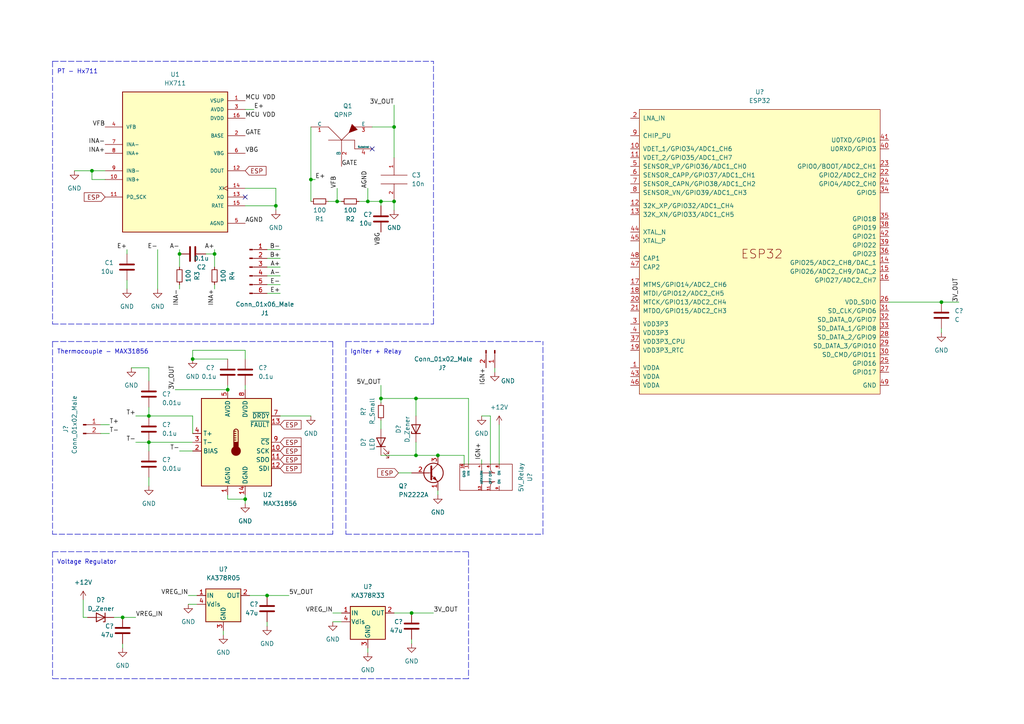
<source format=kicad_sch>
(kicad_sch (version 20211123) (generator eeschema)
  (paper "A4")
  (lib_symbols
    (symbol "5V_relay:5V_Relay"
      (property "Reference" "U" (at 0 -11.43 0))
      (property "Value" "5V_Relay" (at 0 -13.97 0))
      (symbol "5V_Relay_0_1"
        (rectangle (start -7.62 3.81) (end 7.62 -3.81))
        (polyline (pts (xy -1.27 -3.81) (xy -1.27 -2.54)))
        (polyline (pts (xy 1.27 1.27) (xy 2.54 1.27)))
        (polyline (pts (xy -1.27 -2.54) (xy -1.27 -1.27) (xy 2.54 -1.27)))
        (polyline (pts (xy 1.27 1.27) (xy -1.27 1.27) (xy -1.27 2.54)))
        (arc (start 1.27 2.54) (mid 0.372 0.372) (end 2.54 1.27))
        (arc (start 2.5418 -1.2718) (mid 0.3707 -0.3707) (end 1.2718 -2.5418))
      )
      (symbol "5V_Relay_1_1"
        (pin power_in line (at -5.08 3.81 270) (length 1.27) (name "VIN") (number "1"))
        (pin input line (at 1.27 -3.81 90) (length 1.27) (name "OFF") (number "11"))
        (pin input line (at -1.27 -3.81 90) (length 1.27) (name "ARM") (number "13"))
        (pin power_in line (at -6.35 3.81 270) (length 1.27) (name "GND") (number "16"))
        (pin input line (at -1.27 3.81 270) (length 1.27) (name "ARM") (number "4"))
        (pin input line (at 1.27 3.81 270) (length 1.27) (name "OFF") (number "6"))
        (pin input line (at 3.81 3.81 270) (length 1.27) (name "ON") (number "8"))
        (pin input line (at 3.81 -3.81 90) (length 1.27) (name "ON") (number "9"))
      )
    )
    (symbol "Connector:Conn_01x02_Male" (pin_names (offset 1.016) hide)
      (property "Reference" "J" (at 0 2.54 0))
      (property "Value" "Conn_01x02_Male" (at 0 -5.08 0))
      (symbol "Conn_01x02_Male_1_1"
        (polyline (pts (xy 1.27 -2.54) (xy 0.8636 -2.54)) (stroke (width 0.1524)))
        (polyline (pts (xy 1.27 0) (xy 0.8636 0)) (stroke (width 0.1524)))
        (rectangle (start 0.8636 -2.413) (end 0 -2.667) (stroke (width 0.1524)) (fill (type outline)))
        (rectangle (start 0.8636 0.127) (end 0 -0.127) (stroke (width 0.1524)) (fill (type outline)))
        (pin passive line (at 5.08 0 180) (length 3.81) (name "Pin_1") (number "1"))
        (pin passive line (at 5.08 -2.54 180) (length 3.81) (name "Pin_2") (number "2"))
      )
    )
    (symbol "Connector:Conn_01x06_Male" (pin_names (offset 1.016) hide)
      (property "Reference" "J" (at 0 7.62 0))
      (property "Value" "Conn_01x06_Male" (at 0 -10.16 0))
      (symbol "Conn_01x06_Male_1_1"
        (polyline (pts (xy 1.27 -7.62) (xy 0.8636 -7.62)) (stroke (width 0.1524)))
        (polyline (pts (xy 1.27 -5.08) (xy 0.8636 -5.08)) (stroke (width 0.1524)))
        (polyline (pts (xy 1.27 -2.54) (xy 0.8636 -2.54)) (stroke (width 0.1524)))
        (polyline (pts (xy 1.27 0) (xy 0.8636 0)) (stroke (width 0.1524)))
        (polyline (pts (xy 1.27 2.54) (xy 0.8636 2.54)) (stroke (width 0.1524)))
        (polyline (pts (xy 1.27 5.08) (xy 0.8636 5.08)) (stroke (width 0.1524)))
        (rectangle (start 0.8636 -7.493) (end 0 -7.747) (stroke (width 0.1524)) (fill (type outline)))
        (rectangle (start 0.8636 -4.953) (end 0 -5.207) (stroke (width 0.1524)) (fill (type outline)))
        (rectangle (start 0.8636 -2.413) (end 0 -2.667) (stroke (width 0.1524)) (fill (type outline)))
        (rectangle (start 0.8636 0.127) (end 0 -0.127) (stroke (width 0.1524)) (fill (type outline)))
        (rectangle (start 0.8636 2.667) (end 0 2.413) (stroke (width 0.1524)) (fill (type outline)))
        (rectangle (start 0.8636 5.207) (end 0 4.953) (stroke (width 0.1524)) (fill (type outline)))
        (pin passive line (at 5.08 5.08 180) (length 3.81) (name "Pin_1") (number "1"))
        (pin passive line (at 5.08 2.54 180) (length 3.81) (name "Pin_2") (number "2"))
        (pin passive line (at 5.08 0 180) (length 3.81) (name "Pin_3") (number "3"))
        (pin passive line (at 5.08 -2.54 180) (length 3.81) (name "Pin_4") (number "4"))
        (pin passive line (at 5.08 -5.08 180) (length 3.81) (name "Pin_5") (number "5"))
        (pin passive line (at 5.08 -7.62 180) (length 3.81) (name "Pin_6") (number "6"))
      )
    )
    (symbol "Device:C" (pin_numbers hide) (pin_names (offset 0.254))
      (property "Reference" "C" (at 0.635 2.54 0))
      (property "Value" "C" (at 0.635 -2.54 0))
      (symbol "C_0_1"
        (polyline (pts (xy -2.032 -0.762) (xy 2.032 -0.762)) (stroke (width 0.508)))
        (polyline (pts (xy -2.032 0.762) (xy 2.032 0.762)) (stroke (width 0.508)))
      )
      (symbol "C_1_1"
        (pin passive line (at 0 3.81 270) (length 2.794) (name "~") (number "1"))
        (pin passive line (at 0 -3.81 90) (length 2.794) (name "~") (number "2"))
      )
    )
    (symbol "Device:D_Zener" (pin_numbers hide) (pin_names (offset 1.016) hide)
      (property "Reference" "D" (at 0 2.54 0))
      (property "Value" "D_Zener" (at 0 -2.54 0))
      (symbol "D_Zener_0_1"
        (polyline (pts (xy 1.27 0) (xy -1.27 0)))
        (polyline (pts (xy -1.27 -1.27) (xy -1.27 1.27) (xy -0.762 1.27)) (stroke (width 0.254)))
        (polyline (pts (xy 1.27 -1.27) (xy 1.27 1.27) (xy -1.27 0) (xy 1.27 -1.27)) (stroke (width 0.254)))
      )
      (symbol "D_Zener_1_1"
        (pin passive line (at -3.81 0 0) (length 2.54) (name "K") (number "1"))
        (pin passive line (at 3.81 0 180) (length 2.54) (name "A") (number "2"))
      )
    )
    (symbol "Device:LED" (pin_numbers hide) (pin_names (offset 1.016) hide)
      (property "Reference" "D" (at 0 2.54 0))
      (property "Value" "LED" (at 0 -2.54 0))
      (symbol "LED_0_1"
        (polyline (pts (xy -1.27 -1.27) (xy -1.27 1.27)) (stroke (width 0.254)))
        (polyline (pts (xy -1.27 0) (xy 1.27 0)))
        (polyline (pts (xy 1.27 -1.27) (xy 1.27 1.27) (xy -1.27 0) (xy 1.27 -1.27)) (stroke (width 0.254)))
        (polyline (pts (xy -3.048 -0.762) (xy -4.572 -2.286) (xy -3.81 -2.286) (xy -4.572 -2.286) (xy -4.572 -1.524)))
        (polyline (pts (xy -1.778 -0.762) (xy -3.302 -2.286) (xy -2.54 -2.286) (xy -3.302 -2.286) (xy -3.302 -1.524)))
      )
      (symbol "LED_1_1"
        (pin passive line (at -3.81 0 0) (length 2.54) (name "K") (number "1"))
        (pin passive line (at 3.81 0 180) (length 2.54) (name "A") (number "2"))
      )
    )
    (symbol "Device:R_Small" (pin_numbers hide) (pin_names (offset 0.254) hide)
      (property "Reference" "R" (at 0.762 0.508 0))
      (property "Value" "R_Small" (at 0.762 -1.016 0))
      (symbol "R_Small_0_1"
        (rectangle (start -0.762 1.778) (end 0.762 -1.778) (stroke (width 0.2032)))
      )
      (symbol "R_Small_1_1"
        (pin passive line (at 0 2.54 270) (length 0.762) (name "~") (number "1"))
        (pin passive line (at 0 -2.54 90) (length 0.762) (name "~") (number "2"))
      )
    )
    (symbol "Espressif:ESP32" (pin_names (offset 1.016))
      (property "Reference" "U" (at 0 43.18 0))
      (property "Value" "ESP32" (at 0 -41.91 0))
      (symbol "ESP32_0_0"
        (text "ESP32" (at 1.27 0 0) (effects (font (size 2.54 2.54))))
      )
      (symbol "ESP32_0_1"
        (rectangle (start -34.29 41.91) (end 35.56 -40.64) (fill (type background)))
      )
      (symbol "ESP32_1_1"
        (pin power_in line (at -36.83 -33.02 0) (length 2.54) (name "VDDA") (number "1"))
        (pin input line (at -36.83 30.48 0) (length 2.54) (name "VDET_1/GPIO34/ADC1_CH6") (number "10"))
        (pin input line (at -36.83 27.94 0) (length 2.54) (name "VDET_2/GPIO35/ADC1_CH7") (number "11"))
        (pin bidirectional line (at -36.83 13.97 0) (length 2.54) (name "32K_XP/GPIO32/ADC1_CH4") (number "12"))
        (pin bidirectional line (at -36.83 11.43 0) (length 2.54) (name "32K_XN/GPIO33/ADC1_CH5") (number "13"))
        (pin bidirectional line (at 38.1 -2.54 180) (length 2.54) (name "GPIO25/ADC2_CH8/DAC_1") (number "14"))
        (pin bidirectional line (at 38.1 -5.08 180) (length 2.54) (name "GPIO26/ADC2_CH9/DAC_2") (number "15"))
        (pin bidirectional line (at 38.1 -7.62 180) (length 2.54) (name "GPIO27/ADC2_CH7") (number "16"))
        (pin bidirectional line (at -36.83 -8.89 0) (length 2.54) (name "MTMS/GPIO14/ADC2_CH6") (number "17"))
        (pin bidirectional line (at -36.83 -11.43 0) (length 2.54) (name "MTDI/GPIO12/ADC2_CH5") (number "18"))
        (pin power_in line (at -36.83 -27.94 0) (length 2.54) (name "VDD3P3_RTC") (number "19"))
        (pin bidirectional line (at -36.83 39.37 0) (length 2.54) (name "LNA_IN") (number "2"))
        (pin bidirectional line (at -36.83 -13.97 0) (length 2.54) (name "MTCK/GPIO13/ADC2_CH4") (number "20"))
        (pin bidirectional line (at -36.83 -16.51 0) (length 2.54) (name "MTDO/GPIO15/ADC2_CH3") (number "21"))
        (pin bidirectional line (at 38.1 22.86 180) (length 2.54) (name "GPIO2/ADC2_CH2") (number "22"))
        (pin bidirectional line (at 38.1 25.4 180) (length 2.54) (name "GPIO0/BOOT/ADC2_CH1") (number "23"))
        (pin bidirectional line (at 38.1 20.32 180) (length 2.54) (name "GPIO4/ADC2_CH0") (number "24"))
        (pin bidirectional line (at 38.1 -31.75 180) (length 2.54) (name "GPIO16") (number "25"))
        (pin power_out line (at 38.1 -13.97 180) (length 2.54) (name "VDD_SDIO") (number "26"))
        (pin bidirectional line (at 38.1 -34.29 180) (length 2.54) (name "GPIO17") (number "27"))
        (pin bidirectional line (at 38.1 -24.13 180) (length 2.54) (name "SD_DATA_2/GPIO9") (number "28"))
        (pin bidirectional line (at 38.1 -26.67 180) (length 2.54) (name "SD_DATA_3/GPIO10") (number "29"))
        (pin power_in line (at -36.83 -20.32 0) (length 2.54) (name "VDD3P3") (number "3"))
        (pin bidirectional line (at 38.1 -29.21 180) (length 2.54) (name "SD_CMD/GPIO11") (number "30"))
        (pin bidirectional line (at 38.1 -16.51 180) (length 2.54) (name "SD_CLK/GPIO6") (number "31"))
        (pin bidirectional line (at 38.1 -19.05 180) (length 2.54) (name "SD_DATA_0/GPIO7") (number "32"))
        (pin bidirectional line (at 38.1 -21.59 180) (length 2.54) (name "SD_DATA_1/GPIO8") (number "33"))
        (pin bidirectional line (at 38.1 17.78 180) (length 2.54) (name "GPIO5") (number "34"))
        (pin bidirectional line (at 38.1 10.16 180) (length 2.54) (name "GPIO18") (number "35"))
        (pin bidirectional line (at 38.1 0 180) (length 2.54) (name "GPIO23") (number "36"))
        (pin power_in line (at -36.83 -25.4 0) (length 2.54) (name "VDD3P3_CPU") (number "37"))
        (pin bidirectional line (at 38.1 7.62 180) (length 2.54) (name "GPIO19") (number "38"))
        (pin bidirectional line (at 38.1 2.54 180) (length 2.54) (name "GPIO22") (number "39"))
        (pin power_in line (at -36.83 -22.86 0) (length 2.54) (name "VDD3P3") (number "4"))
        (pin bidirectional line (at 38.1 30.48 180) (length 2.54) (name "U0RXD/GPIO3") (number "40"))
        (pin bidirectional line (at 38.1 33.02 180) (length 2.54) (name "U0TXD/GPIO1") (number "41"))
        (pin bidirectional line (at 38.1 5.08 180) (length 2.54) (name "GPIO21") (number "42"))
        (pin power_in line (at -36.83 -35.56 0) (length 2.54) (name "VDDA") (number "43"))
        (pin output line (at -36.83 6.35 0) (length 2.54) (name "XTAL_N") (number "44"))
        (pin input line (at -36.83 3.81 0) (length 2.54) (name "XTAL_P") (number "45"))
        (pin power_in line (at -36.83 -38.1 0) (length 2.54) (name "VDDA") (number "46"))
        (pin input line (at -36.83 -3.81 0) (length 2.54) (name "CAP2") (number "47"))
        (pin input line (at -36.83 -1.27 0) (length 2.54) (name "CAP1") (number "48"))
        (pin power_in line (at 38.1 -38.1 180) (length 2.54) (name "GND") (number "49"))
        (pin input line (at -36.83 25.4 0) (length 2.54) (name "SENSOR_VP/GPIO36/ADC1_CH0") (number "5"))
        (pin input line (at -36.83 22.86 0) (length 2.54) (name "SENSOR_CAPP/GPIO37/ADC1_CH1") (number "6"))
        (pin input line (at -36.83 20.32 0) (length 2.54) (name "SENSOR_CAPN/GPIO38/ADC1_CH2") (number "7"))
        (pin input line (at -36.83 17.78 0) (length 2.54) (name "SENSOR_VN/GPIO39/ADC1_CH3") (number "8"))
        (pin input line (at -36.83 34.29 0) (length 2.54) (name "CHIP_PU") (number "9"))
      )
    )
    (symbol "Regulator_Linear:KA378R05" (pin_names (offset 0.254))
      (property "Reference" "U" (at -3.81 5.715 0))
      (property "Value" "KA378R05" (at 0 5.715 0))
      (symbol "KA378R05_0_1"
        (rectangle (start -5.08 4.445) (end 5.08 -5.08) (stroke (width 0.254)) (fill (type background)))
      )
      (symbol "KA378R05_1_1"
        (pin power_in line (at -7.62 2.54 0) (length 2.54) (name "IN") (number "1"))
        (pin power_out line (at 7.62 2.54 180) (length 2.54) (name "OUT") (number "2"))
        (pin power_in line (at 0 -7.62 90) (length 2.54) (name "GND") (number "3"))
        (pin input line (at -7.62 0 0) (length 2.54) (name "Vdis") (number "4"))
      )
    )
    (symbol "Regulator_Linear:KA378R33" (pin_names (offset 0.254))
      (property "Reference" "U" (at -3.81 5.715 0))
      (property "Value" "KA378R33" (at 0 5.715 0))
      (symbol "KA378R33_0_1"
        (rectangle (start -5.08 4.445) (end 5.08 -5.08) (stroke (width 0.254)) (fill (type background)))
      )
      (symbol "KA378R33_1_1"
        (pin power_in line (at -7.62 2.54 0) (length 2.54) (name "IN") (number "1"))
        (pin power_out line (at 7.62 2.54 180) (length 2.54) (name "OUT") (number "2"))
        (pin power_in line (at 0 -7.62 90) (length 2.54) (name "GND") (number "3"))
        (pin input line (at -7.62 0 0) (length 2.54) (name "Vdis") (number "4"))
      )
    )
    (symbol "Sensor_Temperature:MAX31856"
      (property "Reference" "U" (at -7.62 13.97 0))
      (property "Value" "MAX31856" (at 13.97 13.97 0))
      (symbol "MAX31856_0_1"
        (rectangle (start -10.16 12.7) (end 10.16 -12.7) (stroke (width 0.254)) (fill (type background)))
        (circle (center -0.127 -2.54) (radius 1.27) (stroke (width 0.254)) (fill (type outline)))
        (polyline (pts (xy -0.762 0.635) (xy -0.127 0.635)) (stroke (width 0.254)))
        (polyline (pts (xy -0.762 1.27) (xy -0.127 1.27)) (stroke (width 0.254)))
        (polyline (pts (xy -0.762 1.905) (xy -0.127 1.905)) (stroke (width 0.254)))
        (polyline (pts (xy -0.762 2.54) (xy -0.127 2.54)) (stroke (width 0.254)))
        (polyline (pts (xy -0.762 3.175) (xy -0.762 0)) (stroke (width 0.254)))
        (polyline (pts (xy -0.762 3.175) (xy -0.127 3.175)) (stroke (width 0.254)))
        (polyline (pts (xy 0.508 3.175) (xy 0.508 0)) (stroke (width 0.254)))
        (rectangle (start 0.508 -1.905) (end -0.762 0) (stroke (width 0.254)) (fill (type outline)))
        (arc (start 0.508 3.175) (mid -0.127 3.81) (end -0.762 3.175) (stroke (width 0.254)))
      )
      (symbol "MAX31856_1_1"
        (pin power_in line (at -2.54 -15.24 90) (length 2.54) (name "AGND") (number "1"))
        (pin input line (at 12.7 -2.54 180) (length 2.54) (name "SCK") (number "10"))
        (pin output line (at 12.7 -5.08 180) (length 2.54) (name "SDO") (number "11"))
        (pin input line (at 12.7 -7.62 180) (length 2.54) (name "SDI") (number "12"))
        (pin output line (at 12.7 5.08 180) (length 2.54) (name "~{FAULT}") (number "13"))
        (pin power_in line (at 2.54 -15.24 90) (length 2.54) (name "DGND") (number "14"))
        (pin input line (at -12.7 -2.54 0) (length 2.54) (name "BIAS") (number "2"))
        (pin input line (at -12.7 0 0) (length 2.54) (name "T-") (number "3"))
        (pin input line (at -12.7 2.54 0) (length 2.54) (name "T+") (number "4"))
        (pin power_in line (at -2.54 15.24 270) (length 2.54) (name "AVDD") (number "5"))
        (pin no_connect line (at -10.16 -7.62 0) (length 2.54) hide (name "DNC") (number "6"))
        (pin output line (at 12.7 7.62 180) (length 2.54) (name "~{DRDY}") (number "7"))
        (pin power_in line (at 2.54 15.24 270) (length 2.54) (name "DVDD") (number "8"))
        (pin input line (at 12.7 0 180) (length 2.54) (name "~{CS}") (number "9"))
      )
    )
    (symbol "Transistor_BJT:PN2222A" (pin_names (offset 0) hide)
      (property "Reference" "Q" (at 5.08 1.905 0))
      (property "Value" "PN2222A" (at 5.08 0 0))
      (symbol "PN2222A_0_1"
        (polyline (pts (xy 0 0) (xy 0.635 0)))
        (polyline (pts (xy 2.54 -2.54) (xy 0.635 -0.635)))
        (polyline (pts (xy 2.54 2.54) (xy 0.635 0.635)))
        (polyline (pts (xy 0.635 1.905) (xy 0.635 -1.905) (xy 0.635 -1.905)) (stroke (width 0.508)))
        (polyline (pts (xy 2.413 -2.413) (xy 1.905 -1.905) (xy 1.905 -1.905)))
        (polyline (pts (xy 1.143 -1.651) (xy 1.651 -1.143) (xy 2.159 -2.159) (xy 1.143 -1.651) (xy 1.143 -1.651)) (fill (type outline)))
        (circle (center 1.27 0) (radius 2.8194) (stroke (width 0.254)))
      )
      (symbol "PN2222A_1_1"
        (pin passive line (at 2.54 -5.08 90) (length 2.54) (name "E") (number "1"))
        (pin input line (at -5.08 0 0) (length 5.08) (name "B") (number "2"))
        (pin passive line (at 2.54 5.08 270) (length 2.54) (name "C") (number "3"))
      )
    )
    (symbol "hx711:HX711" (pin_names (offset 1.016))
      (property "Reference" "U" (at -15.24 22.86 0))
      (property "Value" "HX711" (at -15.24 -25.4 0))
      (symbol "HX711_0_0"
        (rectangle (start -15.24 -20.32) (end 15.24 20.32) (stroke (width 0.254)) (fill (type background)))
        (pin power_in line (at 20.32 17.78 180) (length 5.08) (name "VSUP") (number "1"))
        (pin input line (at -20.32 -5.08 0) (length 5.08) (name "INB+") (number "10"))
        (pin input line (at -20.32 -10.16 0) (length 5.08) (name "PD_SCK") (number "11"))
        (pin output line (at 20.32 -2.54 180) (length 5.08) (name "DOUT") (number "12"))
        (pin output line (at 20.32 -10.16 180) (length 5.08) (name "XO") (number "13"))
        (pin input clock (at 20.32 -7.62 180) (length 5.08) (name "XI") (number "14"))
        (pin input line (at 20.32 -12.7 180) (length 5.08) (name "RATE") (number "15"))
        (pin power_in line (at 20.32 12.7 180) (length 5.08) (name "DVDD") (number "16"))
        (pin output line (at 20.32 7.62 180) (length 5.08) (name "BASE") (number "2"))
        (pin power_in line (at 20.32 15.24 180) (length 5.08) (name "AVDD") (number "3"))
        (pin input line (at -20.32 10.16 0) (length 5.08) (name "VFB") (number "4"))
        (pin power_in line (at 20.32 -17.78 180) (length 5.08) (name "AGND") (number "5"))
        (pin output line (at 20.32 2.54 180) (length 5.08) (name "VBG") (number "6"))
        (pin input line (at -20.32 5.08 0) (length 5.08) (name "INA-") (number "7"))
        (pin input line (at -20.32 2.54 0) (length 5.08) (name "INA+") (number "8"))
        (pin input line (at -20.32 -2.54 0) (length 5.08) (name "INB-") (number "9"))
      )
    )
    (symbol "power:+12V" (power) (pin_names (offset 0))
      (property "Value" "+12V" (at 0 3.556 0))
      (symbol "+12V_0_1"
        (polyline (pts (xy -0.762 1.27) (xy 0 2.54)))
        (polyline (pts (xy 0 0) (xy 0 2.54)))
        (polyline (pts (xy 0 2.54) (xy 0.762 1.27)))
      )
      (symbol "+12V_1_1"
        (pin power_in line (at 0 0 90) (length 0) hide (name "+12V") (number "1"))
      )
    )
    (symbol "power:GND" (power) (pin_names (offset 0))
      (property "Value" "GND" (at 0 -3.81 0))
      (symbol "GND_0_1"
        (polyline (pts (xy 0 0) (xy 0 -1.27) (xy 1.27 -1.27) (xy 0 -2.54) (xy -1.27 -1.27) (xy 0 -1.27)))
      )
      (symbol "GND_1_1"
        (pin power_in line (at 0 0 270) (length 0) hide (name "GND") (number "1"))
      )
    )
    (symbol "pspice:CAP" (pin_names (offset 0.254))
      (property "Reference" "C" (at 2.54 3.81 90))
      (property "Value" "CAP" (at 2.54 -3.81 90))
      (symbol "CAP_0_1"
        (polyline (pts (xy -3.81 -1.27) (xy 3.81 -1.27)))
        (polyline (pts (xy -3.81 1.27) (xy 3.81 1.27)))
      )
      (symbol "CAP_1_1"
        (pin passive line (at 0 6.35 270) (length 5.08) (name "~") (number "1"))
        (pin passive line (at 0 -6.35 90) (length 5.08) (name "~") (number "2"))
      )
    )
    (symbol "pspice:QPNP" (pin_names (offset 0))
      (property "Reference" "Q" (at -2.54 7.62 0))
      (property "Value" "QPNP" (at -2.54 5.08 0))
      (symbol "QPNP_0_1"
        (polyline (pts (xy 0 -3.81) (xy 0 3.81)))
        (polyline (pts (xy 0 0) (xy 3.81 -3.81)))
        (polyline (pts (xy 0 0) (xy 3.81 3.81)))
        (polyline (pts (xy -2.54 -3.81) (xy 0 -3.81) (xy 0 -3.81)))
        (polyline (pts (xy 3.048 -4.572) (xy 4.572 -3.048) (xy 2.159 -2.159) (xy 3.048 -4.572)) (fill (type outline)))
      )
      (symbol "QPNP_1_1"
        (pin open_collector line (at 3.81 8.89 270) (length 5.08) (name "C") (number "1"))
        (pin input line (at -7.62 0 0) (length 7.62) (name "B") (number "2"))
        (pin open_emitter line (at 3.81 -8.89 90) (length 5.08) (name "E") (number "3"))
        (pin input line (at -2.54 -8.89 90) (length 5.08) (name "Substrat") (number "4"))
      )
    )
  )
  (junction (at 97.79 58.42))
  (junction (at 62.23 73.66))
  (junction (at 120.65 132.08))
  (junction (at 114.3 58.42))
  (junction (at 43.18 128.27))
  (junction (at 110.49 115.57))
  (junction (at 110.49 58.42))
  (junction (at 119.38 177.8))
  (junction (at 35.56 179.07))
  (junction (at 55.88 104.14))
  (junction (at 71.12 144.78))
  (junction (at 120.65 115.57))
  (junction (at 80.01 59.69))
  (junction (at 106.68 58.42))
  (junction (at 26.67 49.53))
  (junction (at 52.07 73.66))
  (junction (at 43.18 120.65))
  (junction (at 77.47 172.72))
  (junction (at 66.04 113.03))
  (junction (at 114.3 36.83))
  (junction (at 127 132.08))
  (junction (at 90.17 52.07))
  (junction (at 273.05 87.63))
  (no_connect (at 71.12 57.15))
  (no_connect (at 107.95 43.18))
  (polyline (pts (xy 135.89 160.02) (xy 135.89 196.85)))
  (wire (pts (xy 96.52 177.8) (xy 99.06 177.8)))
  (polyline (pts (xy 125.73 93.98) (xy 125.73 17.78)))
  (wire (pts (xy 95.25 58.42) (xy 97.79 58.42)))
  (wire (pts (xy 77.47 72.39) (xy 81.28 72.39)))
  (wire (pts (xy 52.07 73.66) (xy 52.07 77.47)))
  (wire (pts (xy 50.8 113.03) (xy 66.04 113.03)))
  (wire (pts (xy 120.65 115.57) (xy 110.49 115.57)))
  (wire (pts (xy 106.68 54.61) (xy 106.68 58.42)))
  (polyline (pts (xy 135.89 196.85) (xy 15.24 196.85)))
  (wire (pts (xy 62.23 73.66) (xy 59.69 73.66)))
  (polyline (pts (xy 96.52 99.06) (xy 96.52 154.94)))
  (wire (pts (xy 71.12 31.75) (xy 73.66 31.75)))
  (wire (pts (xy 26.67 49.53) (xy 30.48 49.53)))
  (wire (pts (xy 77.47 172.72) (xy 83.82 172.72)))
  (wire (pts (xy 52.07 130.81) (xy 55.88 130.81)))
  (wire (pts (xy 62.23 73.66) (xy 62.23 77.47)))
  (wire (pts (xy 120.65 128.27) (xy 120.65 132.08)))
  (wire (pts (xy 142.24 120.65) (xy 139.7 120.65)))
  (wire (pts (xy 143.51 107.95) (xy 143.51 106.68)))
  (wire (pts (xy 127 142.24) (xy 127 143.51)))
  (polyline (pts (xy 15.24 99.06) (xy 15.24 154.94)))
  (wire (pts (xy 110.49 59.69) (xy 110.49 58.42)))
  (wire (pts (xy 72.39 172.72) (xy 77.47 172.72)))
  (wire (pts (xy 36.83 72.39) (xy 36.83 73.66)))
  (wire (pts (xy 114.3 177.8) (xy 119.38 177.8)))
  (wire (pts (xy 134.62 132.08) (xy 134.62 134.62)))
  (polyline (pts (xy 100.33 99.06) (xy 157.48 99.06)))
  (wire (pts (xy 26.67 52.07) (xy 26.67 49.53)))
  (wire (pts (xy 54.61 175.26) (xy 57.15 175.26)))
  (polyline (pts (xy 157.48 154.94) (xy 157.48 99.06)))
  (wire (pts (xy 24.13 179.07) (xy 25.4 179.07)))
  (wire (pts (xy 43.18 120.65) (xy 55.88 120.65)))
  (wire (pts (xy 104.14 58.42) (xy 106.68 58.42)))
  (wire (pts (xy 45.72 72.39) (xy 45.72 83.82)))
  (wire (pts (xy 114.3 36.83) (xy 114.3 45.72)))
  (wire (pts (xy 43.18 106.68) (xy 38.1 106.68)))
  (wire (pts (xy 35.56 186.69) (xy 35.56 187.96)))
  (wire (pts (xy 62.23 82.55) (xy 62.23 83.82)))
  (polyline (pts (xy 100.33 154.94) (xy 157.48 154.94)))
  (wire (pts (xy 55.88 120.65) (xy 55.88 125.73)))
  (wire (pts (xy 77.47 74.93) (xy 81.28 74.93)))
  (wire (pts (xy 55.88 101.6) (xy 55.88 104.14)))
  (wire (pts (xy 106.68 58.42) (xy 110.49 58.42)))
  (wire (pts (xy 120.65 115.57) (xy 120.65 120.65)))
  (wire (pts (xy 273.05 95.25) (xy 273.05 96.52)))
  (wire (pts (xy 43.18 128.27) (xy 43.18 130.81)))
  (wire (pts (xy 71.12 143.51) (xy 71.12 144.78)))
  (wire (pts (xy 97.79 54.61) (xy 97.79 58.42)))
  (polyline (pts (xy 15.24 93.98) (xy 125.73 93.98)))
  (polyline (pts (xy 15.24 160.02) (xy 15.24 196.85)))
  (wire (pts (xy 43.18 118.11) (xy 43.18 120.65)))
  (polyline (pts (xy 96.52 154.94) (xy 15.24 154.94)))
  (wire (pts (xy 30.48 52.07) (xy 26.67 52.07)))
  (wire (pts (xy 110.49 58.42) (xy 114.3 58.42)))
  (wire (pts (xy 114.3 58.42) (xy 114.3 60.96)))
  (wire (pts (xy 135.89 115.57) (xy 120.65 115.57)))
  (wire (pts (xy 110.49 111.76) (xy 110.49 115.57)))
  (wire (pts (xy 43.18 138.43) (xy 43.18 140.97)))
  (wire (pts (xy 97.79 58.42) (xy 99.06 58.42)))
  (wire (pts (xy 43.18 110.49) (xy 43.18 106.68)))
  (wire (pts (xy 33.02 179.07) (xy 35.56 179.07)))
  (wire (pts (xy 35.56 179.07) (xy 39.37 179.07)))
  (wire (pts (xy 24.13 173.99) (xy 24.13 179.07)))
  (wire (pts (xy 52.07 82.55) (xy 52.07 83.82)))
  (polyline (pts (xy 15.24 17.78) (xy 15.24 93.98)))
  (wire (pts (xy 96.52 180.34) (xy 99.06 180.34)))
  (wire (pts (xy 139.7 133.35) (xy 139.7 134.62)))
  (wire (pts (xy 77.47 77.47) (xy 81.28 77.47)))
  (polyline (pts (xy 100.33 99.06) (xy 100.33 154.94)))
  (wire (pts (xy 55.88 104.14) (xy 66.04 104.14)))
  (wire (pts (xy 81.28 120.65) (xy 90.17 120.65)))
  (wire (pts (xy 71.12 104.14) (xy 71.12 101.6)))
  (wire (pts (xy 135.89 115.57) (xy 135.89 134.62)))
  (wire (pts (xy 36.83 83.82) (xy 36.83 81.28)))
  (wire (pts (xy 77.47 80.01) (xy 81.28 80.01)))
  (wire (pts (xy 66.04 144.78) (xy 71.12 144.78)))
  (wire (pts (xy 39.37 120.65) (xy 43.18 120.65)))
  (wire (pts (xy 71.12 144.78) (xy 71.12 146.05)))
  (wire (pts (xy 43.18 128.27) (xy 55.88 128.27)))
  (wire (pts (xy 106.68 187.96) (xy 106.68 189.23)))
  (polyline (pts (xy 15.24 99.06) (xy 96.52 99.06)))
  (polyline (pts (xy 15.24 160.02) (xy 135.89 160.02)))
  (wire (pts (xy 257.81 87.63) (xy 273.05 87.63)))
  (wire (pts (xy 90.17 36.83) (xy 90.17 52.07)))
  (wire (pts (xy 114.3 30.48) (xy 114.3 36.83)))
  (wire (pts (xy 52.07 72.39) (xy 52.07 73.66)))
  (wire (pts (xy 31.75 125.73) (xy 29.21 125.73)))
  (wire (pts (xy 21.59 49.53) (xy 26.67 49.53)))
  (wire (pts (xy 90.17 52.07) (xy 91.44 52.07)))
  (wire (pts (xy 119.38 177.8) (xy 125.73 177.8)))
  (wire (pts (xy 71.12 54.61) (xy 80.01 54.61)))
  (wire (pts (xy 127 132.08) (xy 134.62 132.08)))
  (wire (pts (xy 110.49 121.92) (xy 110.49 124.46)))
  (wire (pts (xy 273.05 87.63) (xy 278.13 87.63)))
  (wire (pts (xy 80.01 59.69) (xy 80.01 60.96)))
  (wire (pts (xy 66.04 111.76) (xy 66.04 113.03)))
  (wire (pts (xy 77.47 82.55) (xy 81.28 82.55)))
  (wire (pts (xy 71.12 111.76) (xy 71.12 113.03)))
  (polyline (pts (xy 15.24 17.78) (xy 125.73 17.78)))
  (wire (pts (xy 39.37 128.27) (xy 43.18 128.27)))
  (wire (pts (xy 71.12 101.6) (xy 55.88 101.6)))
  (wire (pts (xy 110.49 132.08) (xy 120.65 132.08)))
  (wire (pts (xy 90.17 52.07) (xy 90.17 58.42)))
  (wire (pts (xy 110.49 115.57) (xy 110.49 116.84)))
  (wire (pts (xy 119.38 185.42) (xy 119.38 186.69)))
  (wire (pts (xy 62.23 72.39) (xy 62.23 73.66)))
  (wire (pts (xy 66.04 143.51) (xy 66.04 144.78)))
  (wire (pts (xy 80.01 54.61) (xy 80.01 59.69)))
  (wire (pts (xy 64.77 182.88) (xy 64.77 184.15)))
  (wire (pts (xy 115.57 137.16) (xy 119.38 137.16)))
  (wire (pts (xy 77.47 85.09) (xy 81.28 85.09)))
  (wire (pts (xy 142.24 134.62) (xy 142.24 120.65)))
  (wire (pts (xy 120.65 132.08) (xy 127 132.08)))
  (wire (pts (xy 144.78 123.19) (xy 144.78 134.62)))
  (wire (pts (xy 77.47 180.34) (xy 77.47 181.61)))
  (wire (pts (xy 54.61 172.72) (xy 57.15 172.72)))
  (wire (pts (xy 31.75 123.19) (xy 29.21 123.19)))
  (wire (pts (xy 71.12 59.69) (xy 80.01 59.69)))
  (wire (pts (xy 107.95 36.83) (xy 114.3 36.83)))
  (text "Thermocouple - MAX31856" (at 16.51 102.87 0) (effects (font (size 1.27 1.27)) (justify left bottom)))
  (text "Voltage Regulator" (at 16.51 163.83 0) (effects (font (size 1.27 1.27)) (justify left bottom)))
  (text "Igniter + Relay" (at 101.6 102.87 0) (effects (font (size 1.27 1.27)) (justify left bottom)))
  (text "PT - Hx711\n" (at 16.51 21.59 0) (effects (font (size 1.27 1.27)) (justify left bottom)))
  (label "5V_OUT" (at 83.82 172.72 0))
  (label "AGND" (at 106.68 54.61 90))
  (label "VFB" (at 97.79 54.61 90))
  (label "E+" (at 73.66 31.75 0))
  (label "VREG_IN" (at 39.37 179.07 0))
  (label "VFB" (at 30.48 36.83 180))
  (label "VBG" (at 110.49 67.31 270))
  (label "MCU VDD" (at 71.12 29.21 0))
  (label "A-" (at 81.28 80.01 180))
  (label "A-" (at 52.07 72.39 180))
  (label "5V_OUT" (at 110.49 111.76 180))
  (label "GATE" (at 99.06 48.26 0))
  (label "B+" (at 81.28 74.93 180))
  (label "E-" (at 81.28 82.55 180))
  (label "VREG_IN" (at 96.52 177.8 180))
  (label "B-" (at 81.28 72.39 180))
  (label "3V_OUT" (at 50.8 113.03 90))
  (label "INA+" (at 30.48 44.45 180))
  (label "AGND" (at 71.12 64.77 0))
  (label "INA+" (at 62.23 83.82 270))
  (label "VREG_IN" (at 54.61 172.72 180))
  (label "A+" (at 62.23 72.39 180))
  (label "E+" (at 36.83 72.39 180))
  (label "T-" (at 39.37 128.27 180))
  (label "A+" (at 81.28 77.47 180))
  (label "E+" (at 81.28 85.09 180))
  (label "3V_OUT" (at 114.3 30.48 180))
  (label "IGN+" (at 139.7 133.35 90))
  (label "T+" (at 31.75 123.19 0))
  (label "IGN+" (at 140.97 106.68 270))
  (label "T+" (at 39.37 120.65 180))
  (label "GATE" (at 71.12 39.37 0))
  (label "3V_OUT" (at 278.13 87.63 90))
  (label "E-" (at 45.72 72.39 180))
  (label "INA-" (at 52.07 83.82 270))
  (label "INA-" (at 30.48 41.91 180))
  (label "VBG" (at 71.12 44.45 0))
  (label "E+" (at 91.44 52.07 0))
  (label "T-" (at 31.75 125.73 0))
  (label "MCU VDD" (at 71.12 34.29 0))
  (label "T-" (at 52.07 130.81 180))
  (label "3V_OUT" (at 125.73 177.8 0))
  (global_label "ESP" (shape input) (at 81.28 135.89 0) (property "Intersheet References" "${INTERSHEET_REFS}" (effects hide)))
  (global_label "ESP" (shape input) (at 81.28 133.35 0) (property "Intersheet References" "${INTERSHEET_REFS}" (effects hide)))
  (global_label "ESP" (shape input) (at 115.57 137.16 180) (property "Intersheet References" "${INTERSHEET_REFS}" (effects hide)))
  (global_label "ESP" (shape input) (at 81.28 123.19 0) (property "Intersheet References" "${INTERSHEET_REFS}" (effects hide)))
  (global_label "ESP" (shape input) (at 71.12 49.53 0) (property "Intersheet References" "${INTERSHEET_REFS}" (effects hide)))
  (global_label "ESP" (shape input) (at 81.28 128.27 0) (property "Intersheet References" "${INTERSHEET_REFS}" (effects hide)))
  (global_label "ESP" (shape input) (at 30.48 57.15 180) (property "Intersheet References" "${INTERSHEET_REFS}" (effects hide)))
  (global_label "ESP" (shape input) (at 81.28 130.81 0) (property "Intersheet References" "${INTERSHEET_REFS}" (effects hide)))
  (symbol (lib_id "pspice:QPNP") (at 99.06 40.64 90) (unit 1)
    (property "Reference" "Q1" (at 102.235 30.7339 90) (effects (justify left)))
    (property "Value" "QPNP" (at 102.235 33.2739 90) (effects (justify left)))
  )
  (symbol (lib_id "Device:C") (at 36.83 77.47 0) (unit 1)
    (property "Reference" "C1" (at 33.02 76.2 0) (effects (justify right)))
    (property "Value" "10u" (at 33.02 78.74 0) (effects (justify right)))
  )
  (symbol (lib_id "power:GND") (at 106.68 189.23 0) (unit 1)
    (property "Reference" "#PWR?" (effects hide))
    (property "Value" "GND" (at 106.68 194.31 0))
  )
  (symbol (lib_id "Device:C") (at 71.12 107.95 0) (unit 1)
    (property "Reference" "C?" (at 74.93 106.6799 0) (effects (justify left)))
    (property "Value" "0.1u" (at 74.93 109.2199 0) (effects (justify left)))
  )
  (symbol (lib_id "power:GND") (at 273.05 96.52 0) (unit 1)
    (property "Reference" "#PWR?" (effects hide))
    (property "Value" "GND" (at 273.05 101.6 0))
  )
  (symbol (lib_id "power:GND") (at 35.56 187.96 0) (unit 1)
    (property "Reference" "#PWR?" (effects hide))
    (property "Value" "GND" (at 35.56 193.04 0))
  )
  (symbol (lib_id "pspice:CAP") (at 114.3 52.07 0) (unit 1)
    (property "Reference" "C3" (at 119.38 50.7999 0) (effects (justify left)))
    (property "Value" "10n" (at 119.38 53.3399 0) (effects (justify left)))
  )
  (symbol (lib_id "power:GND") (at 55.88 104.14 0) (unit 1)
    (property "Reference" "#PWR?" (effects hide))
    (property "Value" "GND" (at 55.88 109.22 0))
  )
  (symbol (lib_id "hx711:HX711") (at 50.8 46.99 0) (unit 1)
    (property "Reference" "U1" (at 50.8 21.59 0))
    (property "Value" "HX711" (at 50.8 24.13 0))
    (property "Footprint" "SOP127P600X180-16N" (effects hide))
    (property "PARTREV" "V2.0" (effects hide))
    (property "SNAPEDA_PN" "HX711" (effects hide))
    (property "MANUFACTURER" "Avia Semiconductor" (effects hide))
    (property "MAXIMUM_PACKAGE_HEIGHT" "1.8 mm" (effects hide))
    (property "STANDARD" "IPC-7351B" (effects hide))
  )
  (symbol (lib_id "Device:C") (at 119.38 181.61 0) (unit 1)
    (property "Reference" "C?" (at 114.3 180.34 0) (effects (justify left)))
    (property "Value" "47u" (at 113.03 182.88 0) (effects (justify left)))
  )
  (symbol (lib_id "Device:C") (at 43.18 114.3 0) (unit 1)
    (property "Reference" "C?" (at 46.99 114.3 0) (effects (justify left)))
    (property "Value" "0.01u" (at 46.99 116.84 0) (effects (justify left)))
  )
  (symbol (lib_id "power:GND") (at 143.51 107.95 0) (unit 1)
    (property "Reference" "#PWR?" (effects hide))
    (property "Value" "GND" (at 147.32 110.49 0))
  )
  (symbol (lib_id "power:GND") (at 21.59 49.53 0) (unit 1)
    (property "Reference" "#PWR?" (effects hide))
    (property "Value" "GND" (at 21.59 54.61 0))
  )
  (symbol (lib_id "Sensor_Temperature:MAX31856") (at 68.58 128.27 0) (unit 1)
    (property "Reference" "U2" (at 76.2 143.51 0) (effects (justify left)))
    (property "Value" "MAX31856" (at 76.2 146.05 0) (effects (justify left)))
    (property "Footprint" "Package_SO:TSSOP-14_4.4x5mm_P0.65mm" (effects hide))
    (property "Datasheet" "https://datasheets.maximintegrated.com/en/ds/MAX31856.pdf" (effects hide))
  )
  (symbol (lib_id "Espressif:ESP32") (at 219.71 73.66 0) (unit 1)
    (property "Reference" "U?" (at 220.345 26.67 0))
    (property "Value" "ESP32" (at 220.345 29.21 0))
    (property "Datasheet" "https://www.espressif.com/sites/default/files/documentation/esp32_datasheet_en.pdf" (effects hide))
  )
  (symbol (lib_id "Device:D_Zener") (at 120.65 124.46 90) (unit 1)
    (property "Reference" "D?" (at 115.57 124.46 0))
    (property "Value" "D_Zener" (at 118.11 120.65 0) (effects (justify right)))
  )
  (symbol (lib_id "Device:D_Zener") (at 29.21 179.07 180) (unit 1)
    (property "Reference" "D?" (at 29.21 173.99 0))
    (property "Value" "D_Zener" (at 25.4 176.53 0) (effects (justify right)))
  )
  (symbol (lib_id "power:GND") (at 90.17 120.65 0) (unit 1)
    (property "Reference" "#PWR?" (effects hide))
    (property "Value" "GND" (at 90.17 125.73 0))
  )
  (symbol (lib_id "Connector:Conn_01x06_Male") (at 72.39 77.47 0) (unit 1)
    (property "Reference" "J1" (at 76.835 90.805 0))
    (property "Value" "Conn_01x06_Male" (at 76.835 88.265 0))
  )
  (symbol (lib_id "Connector:Conn_01x02_Male") (at 24.13 123.19 0) (unit 1)
    (property "Reference" "J?" (at 19.05 124.46 90))
    (property "Value" "Conn_01x02_Male" (at 21.59 123.19 90))
  )
  (symbol (lib_id "power:GND") (at 127 143.51 0) (unit 1)
    (property "Reference" "#PWR?" (effects hide))
    (property "Value" "GND" (at 127 148.59 0))
  )
  (symbol (lib_id "Device:R_Small") (at 92.71 58.42 270) (unit 1)
    (property "Reference" "R1" (at 92.71 63.5 90))
    (property "Value" "100" (at 92.71 60.96 90))
  )
  (symbol (lib_id "Device:C") (at 55.88 73.66 90) (unit 1)
    (property "Reference" "C2" (at 58.42 77.47 90))
    (property "Value" "0.1u" (at 58.42 74.93 90))
  )
  (symbol (lib_id "power:+12V") (at 144.78 123.19 0) (unit 1)
    (property "Reference" "#PWR?" (effects hide))
    (property "Value" "+12V" (at 144.78 118.11 0))
  )
  (symbol (lib_id "Transistor_BJT:PN2222A") (at 124.46 137.16 0) (unit 1)
    (property "Reference" "Q?" (at 115.57 140.97 0) (effects (justify left)))
    (property "Value" "PN2222A" (at 115.57 143.51 0) (effects (justify left)))
    (property "Footprint" "Package_TO_SOT_THT:TO-92_Inline" (effects hide))
    (property "Datasheet" "https://www.onsemi.com/pub/Collateral/PN2222-D.PDF" (effects hide))
  )
  (symbol (lib_id "Device:LED") (at 110.49 128.27 90) (unit 1)
    (property "Reference" "D?" (at 105.41 127 0) (effects (justify right)))
    (property "Value" "LED" (at 107.95 127 0) (effects (justify right)))
  )
  (symbol (lib_id "power:GND") (at 45.72 83.82 0) (unit 1)
    (property "Reference" "#PWR03" (effects hide))
    (property "Value" "GND" (at 45.72 88.9 0))
  )
  (symbol (lib_id "Regulator_Linear:KA378R33") (at 106.68 180.34 0) (unit 1)
    (property "Reference" "U?" (at 106.68 170.18 0))
    (property "Value" "KA378R33" (at 106.68 172.72 0))
    (property "Footprint" "Package_TO_SOT_THT:TO-220-4_Vertical" (effects hide))
    (property "Datasheet" "https://www.onsemi.com/pub/Collateral/KA378R33-D.pdf" (effects hide))
  )
  (symbol (lib_id "power:GND") (at 71.12 146.05 0) (unit 1)
    (property "Reference" "#PWR?" (effects hide))
    (property "Value" "GND" (at 71.12 151.13 0))
  )
  (symbol (lib_id "Device:R_Small") (at 62.23 80.01 0) (unit 1)
    (property "Reference" "R4" (at 67.31 80.01 90))
    (property "Value" "100" (at 64.77 80.01 90))
  )
  (symbol (lib_id "power:GND") (at 96.52 180.34 0) (unit 1)
    (property "Reference" "#PWR?" (effects hide))
    (property "Value" "GND" (at 96.52 185.42 0))
  )
  (symbol (lib_id "Device:R_Small") (at 52.07 80.01 0) (unit 1)
    (property "Reference" "R3" (at 57.15 80.01 90))
    (property "Value" "100" (at 54.61 80.01 90))
  )
  (symbol (lib_id "power:GND") (at 80.01 60.96 0) (unit 1)
    (property "Reference" "#PWR01" (effects hide))
    (property "Value" "GND" (at 80.01 66.04 0))
  )
  (symbol (lib_id "power:GND") (at 64.77 184.15 0) (unit 1)
    (property "Reference" "#PWR?" (effects hide))
    (property "Value" "GND" (at 64.77 189.23 0))
  )
  (symbol (lib_id "power:GND") (at 36.83 83.82 0) (unit 1)
    (property "Reference" "#PWR02" (effects hide))
    (property "Value" "GND" (at 36.83 88.9 0))
  )
  (symbol (lib_id "power:GND") (at 139.7 120.65 0) (unit 1)
    (property "Reference" "#PWR?" (effects hide))
    (property "Value" "GND" (at 139.7 125.73 0))
  )
  (symbol (lib_id "power:GND") (at 43.18 140.97 0) (unit 1)
    (property "Reference" "#PWR?" (effects hide))
    (property "Value" "GND" (at 43.18 146.05 0))
  )
  (symbol (lib_id "Device:R_Small") (at 110.49 119.38 0) (unit 1)
    (property "Reference" "R?" (at 105.41 120.65 90) (effects (justify left)))
    (property "Value" "R_Small" (at 107.95 123.19 90) (effects (justify left)))
  )
  (symbol (lib_id "power:+12V") (at 24.13 173.99 0) (unit 1)
    (property "Reference" "#PWR?" (effects hide))
    (property "Value" "+12V" (at 24.13 168.91 0))
  )
  (symbol (lib_id "Device:C") (at 273.05 91.44 0) (unit 1)
    (property "Reference" "C?" (at 276.86 90.1699 0) (effects (justify left)))
    (property "Value" "C" (at 276.86 92.7099 0) (effects (justify left)))
  )
  (symbol (lib_id "power:GND") (at 38.1 106.68 0) (unit 1)
    (property "Reference" "#PWR?" (effects hide))
    (property "Value" "GND" (at 38.1 111.76 0))
  )
  (symbol (lib_id "power:GND") (at 77.47 181.61 0) (unit 1)
    (property "Reference" "#PWR?" (effects hide))
    (property "Value" "GND" (at 77.47 186.69 0))
  )
  (symbol (lib_id "Device:C") (at 110.49 63.5 0) (unit 1)
    (property "Reference" "C?" (at 107.95 62.23 0) (effects (justify right)))
    (property "Value" "10u" (at 107.95 64.77 0) (effects (justify right)))
  )
  (symbol (lib_id "power:GND") (at 54.61 175.26 0) (unit 1)
    (property "Reference" "#PWR?" (effects hide))
    (property "Value" "GND" (at 54.61 180.34 0))
  )
  (symbol (lib_id "Connector:Conn_01x02_Male") (at 143.51 101.6 270) (unit 1)
    (property "Reference" "J?" (at 128.27 106.68 90))
    (property "Value" "Conn_01x02_Male" (at 137.16 104.14 90) (effects (justify right)))
  )
  (symbol (lib_id "Regulator_Linear:KA378R05") (at 64.77 175.26 0) (unit 1)
    (property "Reference" "U?" (at 64.77 165.1 0))
    (property "Value" "KA378R05" (at 64.77 167.64 0))
    (property "Footprint" "Package_TO_SOT_THT:TO-220-4_Vertical" (effects hide))
    (property "Datasheet" "https://www.onsemi.com/pub/Collateral/KA378R05-D.pdf" (effects hide))
  )
  (symbol (lib_id "power:GND") (at 119.38 186.69 0) (unit 1)
    (property "Reference" "#PWR?" (effects hide))
    (property "Value" "GND" (at 119.38 191.77 0))
  )
  (symbol (lib_id "Device:C") (at 43.18 134.62 0) (unit 1)
    (property "Reference" "C?" (at 46.99 133.3499 0) (effects (justify left)))
    (property "Value" "0.01u" (at 46.99 135.8899 0) (effects (justify left)))
  )
  (symbol (lib_id "Device:R_Small") (at 101.6 58.42 270) (unit 1)
    (property "Reference" "R2" (at 101.6 63.5 90))
    (property "Value" "100" (at 101.6 60.96 90))
  )
  (symbol (lib_id "Device:C") (at 77.47 176.53 0) (unit 1)
    (property "Reference" "C?" (at 72.39 175.26 0) (effects (justify left)))
    (property "Value" "47u" (at 71.12 177.8 0) (effects (justify left)))
  )
  (symbol (lib_id "power:GND") (at 114.3 60.96 0) (unit 1)
    (property "Reference" "#PWR05" (effects hide))
    (property "Value" "GND" (at 114.3 66.04 0))
  )
  (symbol (lib_id "5V_relay:5V_Relay") (at 140.97 138.43 0) (unit 1)
    (property "Reference" "U?" (at 153.67 138.43 90))
    (property "Value" "5V_Relay" (at 151.13 138.43 90))
  )
  (symbol (lib_id "Device:C") (at 35.56 182.88 0) (unit 1)
    (property "Reference" "C?" (at 30.48 181.61 0) (effects (justify left)))
    (property "Value" "47u" (at 29.21 184.15 0) (effects (justify left)))
  )
  (symbol (lib_id "Device:C") (at 43.18 124.46 0) (unit 1)
    (property "Reference" "C?" (at 46.99 123.1899 0) (effects (justify left)))
    (property "Value" "0.1u" (at 46.99 125.7299 0) (effects (justify left)))
  )
  (symbol (lib_id "Device:C") (at 66.04 107.95 0) (unit 1)
    (property "Reference" "C?" (at 59.69 106.68 0) (effects (justify left)))
    (property "Value" "0.1u" (at 58.42 109.22 0) (effects (justify left)))
  )
)
</source>
